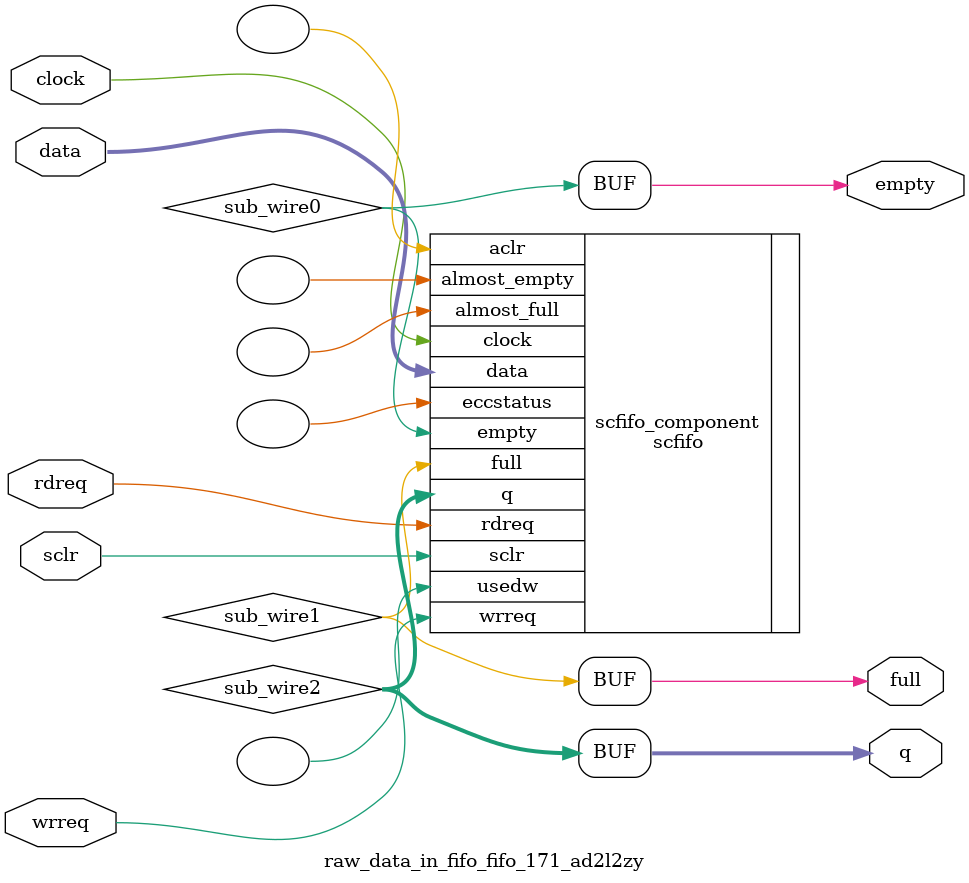
<source format=v>



`timescale 1 ps / 1 ps
// synopsys translate_on
module  raw_data_in_fifo_fifo_171_ad2l2zy  (
    clock,
    data,
    rdreq,
    sclr,
    wrreq,
    empty,
    full,
    q);

    input    clock;
    input  [31:0]  data;
    input    rdreq;
    input    sclr;
    input    wrreq;
    output   empty;
    output   full;
    output [31:0]  q;

    wire  sub_wire0;
    wire  sub_wire1;
    wire [31:0] sub_wire2;
    wire  empty = sub_wire0;
    wire  full = sub_wire1;
    wire [31:0] q = sub_wire2[31:0];

    scfifo  scfifo_component (
                .clock (clock),
                .data (data),
                .rdreq (rdreq),
                .sclr (sclr),
                .wrreq (wrreq),
                .empty (sub_wire0),
                .full (sub_wire1),
                .q (sub_wire2),
                .aclr (),
                .almost_empty (),
                .almost_full (),
                .eccstatus (),
                .usedw ());
    defparam
        scfifo_component.add_ram_output_register  = "ON",
        scfifo_component.enable_ecc  = "FALSE",
        scfifo_component.intended_device_family  = "Arria 10",
        scfifo_component.lpm_numwords  = 1024,
        scfifo_component.lpm_showahead  = "OFF",
        scfifo_component.lpm_type  = "scfifo",
        scfifo_component.lpm_width  = 32,
        scfifo_component.lpm_widthu  = 10,
        scfifo_component.overflow_checking  = "ON",
        scfifo_component.underflow_checking  = "ON",
        scfifo_component.use_eab  = "ON";


endmodule



</source>
